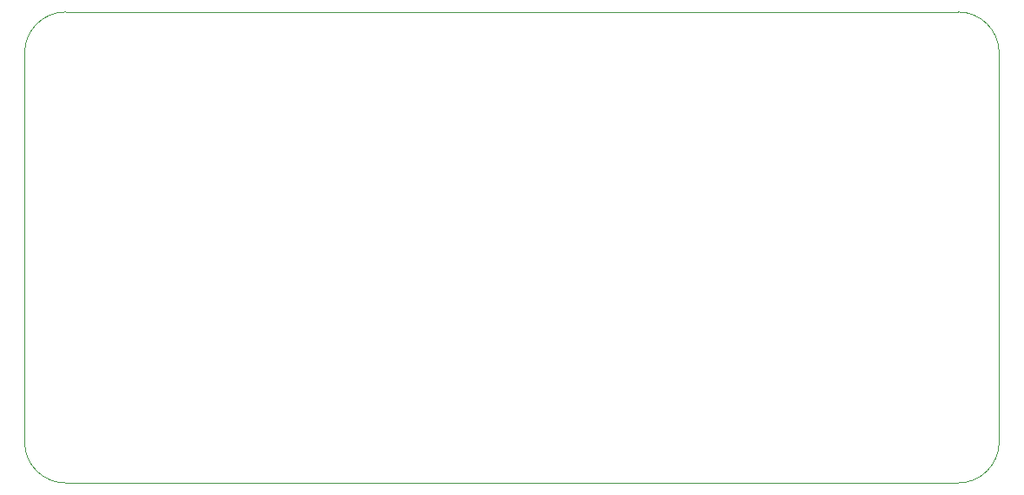
<source format=gbr>
G04 #@! TF.GenerationSoftware,KiCad,Pcbnew,5.1.10-88a1d61d58~90~ubuntu21.04.1*
G04 #@! TF.CreationDate,2021-08-23T11:27:44+02:00*
G04 #@! TF.ProjectId,DccDecoder,44636344-6563-46f6-9465-722e6b696361,rev?*
G04 #@! TF.SameCoordinates,Original*
G04 #@! TF.FileFunction,Profile,NP*
%FSLAX46Y46*%
G04 Gerber Fmt 4.6, Leading zero omitted, Abs format (unit mm)*
G04 Created by KiCad (PCBNEW 5.1.10-88a1d61d58~90~ubuntu21.04.1) date 2021-08-23 11:27:44*
%MOMM*%
%LPD*%
G01*
G04 APERTURE LIST*
G04 #@! TA.AperFunction,Profile*
%ADD10C,0.050000*%
G04 #@! TD*
G04 APERTURE END LIST*
D10*
X20000000Y-24000000D02*
G75*
G02*
X24000000Y-20000000I4000000J0D01*
G01*
X24000000Y-66000000D02*
G75*
G02*
X20000000Y-62000000I0J4000000D01*
G01*
X115000000Y-62000000D02*
G75*
G02*
X111000000Y-66000000I-4000000J0D01*
G01*
X111000000Y-20000000D02*
G75*
G02*
X115000000Y-24000000I0J-4000000D01*
G01*
X111000000Y-20000000D02*
X24000000Y-20000000D01*
X115000000Y-62000000D02*
X115000000Y-24000000D01*
X24000000Y-66000000D02*
X111000000Y-66000000D01*
X20000000Y-24000000D02*
X20000000Y-62000000D01*
M02*

</source>
